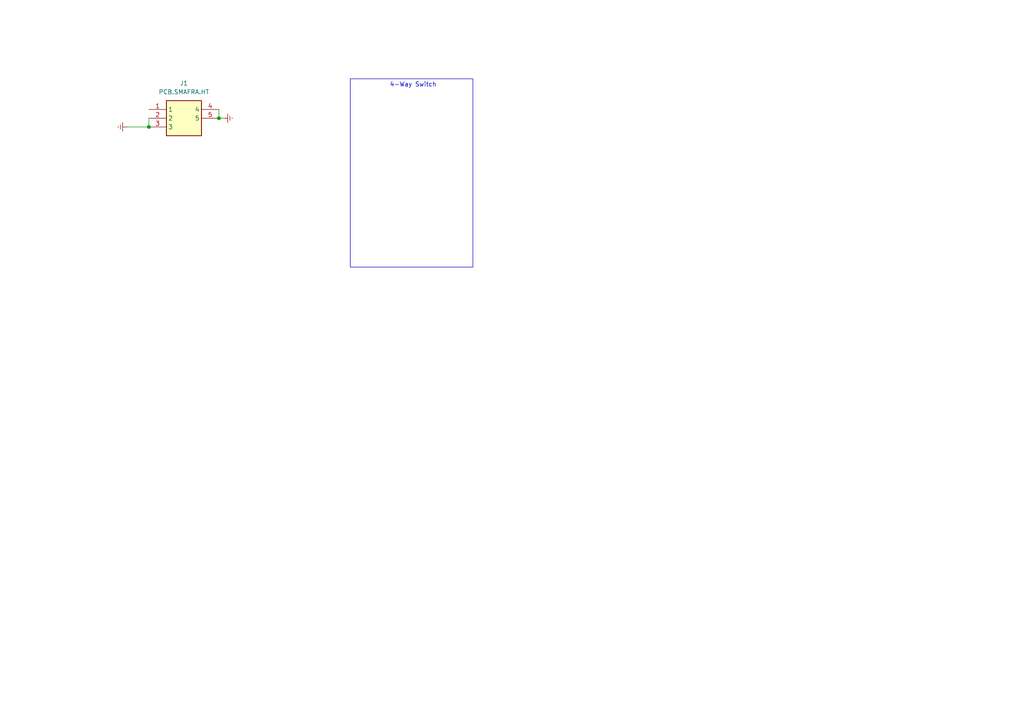
<source format=kicad_sch>
(kicad_sch (version 20230121) (generator eeschema)
  (paper "A4")
  (lib_symbols
    (symbol "SamacSys_Parts:PCB.SMAFRA.HT"
      (property "Reference" "J" (at 16.51 7.62 0))
      (property "Value" "PCB.SMAFRA.HT" (at 16.51 5.08 0))
      (symbol "PCB.SMAFRA.HT_1_1"
        (rectangle (start 5.08 2.54) (end 15.24 -7.62) (stroke (width 0.254)) (fill (type background)))
        (pin passive line (at 0 0 0) (length 5.08) (name "1") (number "1"))
        (pin passive line (at 0 -2.54 0) (length 5.08) (name "2") (number "2"))
        (pin passive line (at 0 -5.08 0) (length 5.08) (name "3") (number "3"))
        (pin passive line (at 20.32 0 180) (length 5.08) (name "4") (number "4"))
        (pin passive line (at 20.32 -2.54 180) (length 5.08) (name "5") (number "5"))
      )
    )
    (symbol "power:Earth" (power) (pin_names (offset 0))
      (symbol "Earth_0_1"
        (polyline (pts (xy -0.635 -1.905) (xy 0.635 -1.905)))
        (polyline (pts (xy -0.127 -2.54) (xy 0.127 -2.54)))
        (polyline (pts (xy 0 -1.27) (xy 0 0)))
        (polyline (pts (xy 1.27 -1.27) (xy -1.27 -1.27)))
      )
      (symbol "Earth_1_1"
        (pin power_in line (at 0 0 270) (length 0) hide (name "Earth") (number "1"))
      )
    )
  )
  (junction (at 63.5 34.29))
  (junction (at 43.18 36.83))
  (wire (pts (xy 63.5 31.75) (xy 63.5 34.29)))
  (wire (pts (xy 43.18 34.29) (xy 43.18 36.83)))
  (wire (pts (xy 36.83 36.83) (xy 43.18 36.83)))
  (wire (pts (xy 63.5 34.29) (xy 64.77 34.29)))
  (rectangle (start 101.6 22.86) (end 137.16 77.47))
  (text "4-Way Switch" (at 113.03 25.4 0) (effects (font (size 1.27 1.27)) (justify left bottom)))
  (symbol (lib_id "SamacSys_Parts:PCB.SMAFRA.HT") (at 43.18 31.75 0) (unit 1)
    (property "Reference" "J1" (at 53.34 24.13 0))
    (property "Value" "PCB.SMAFRA.HT" (at 53.34 26.67 0))
    (property "Footprint" "SamacSys_Parts:PCBSMAFRAHT" (effects hide))
    (property "Datasheet" "https://www.mouser.com/datasheet/2/398/PCB_SMAFRA_HT-3137267.pdf" (effects hide))
    (property "Height" "9" (effects hide))
    (property "Mouser Part Number" "960-PCB.SMAFRA.HT" (effects hide))
    (property "Mouser Price/Stock" "https://www.mouser.co.uk/ProductDetail/Taoglas/PCB.SMAFRA.HT?qs=RuW%2Fu%252BNMQmubIFYcN8w5Dw%3D%3D" (effects hide))
    (property "Manufacturer_Name" "Taoglas" (effects hide))
    (property "Manufacturer_Part_Number" "PCB.SMAFRA.HT" (effects hide))
  )
  (symbol (lib_id "power:Earth") (at 36.83 36.83 270) (unit 1)
    (property "Reference" "#PWR01" (effects hide))
    (property "Value" "Earth" (effects hide))
  )
  (symbol (lib_id "power:Earth") (at 64.77 34.29 90) (unit 1)
    (property "Reference" "#PWR02" (effects hide))
    (property "Value" "Earth" (effects hide))
  )
)
</source>
